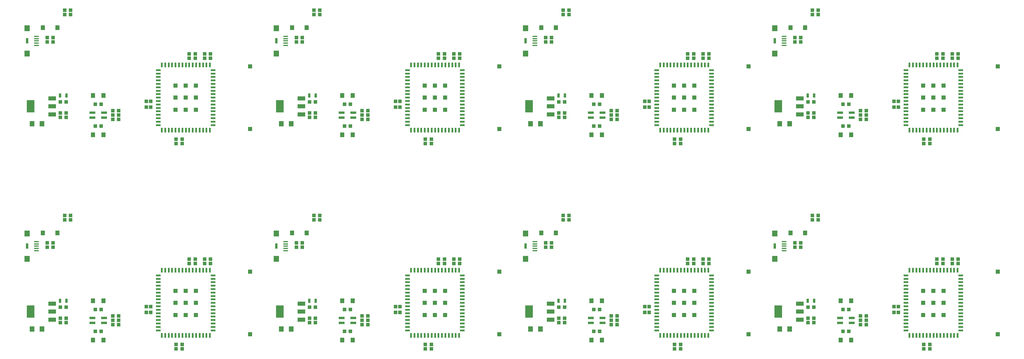
<source format=gtp>
G04 EAGLE Gerber RS-274X export*
G75*
%MOMM*%
%FSLAX34Y34*%
%LPD*%
%INSolderpaste Top*%
%IPPOS*%
%AMOC8*
5,1,8,0,0,1.08239X$1,22.5*%
G01*
%ADD10R,1.450000X0.400000*%
%ADD11R,1.500000X1.800000*%
%ADD12R,0.700000X1.500000*%
%ADD13R,1.100000X1.000000*%
%ADD14R,1.270000X1.470000*%
%ADD15R,1.400000X1.600000*%
%ADD16R,0.800000X1.200000*%
%ADD17R,1.200000X1.400000*%
%ADD18R,1.000000X1.100000*%
%ADD19R,0.600000X1.400000*%
%ADD20R,1.400000X0.600000*%
%ADD21R,1.200000X1.200000*%
%ADD22R,2.235200X1.219200*%
%ADD23R,2.200000X3.600000*%
%ADD24R,1.800000X0.750000*%


D10*
X48840Y381000D03*
X48840Y387500D03*
X48840Y394000D03*
X48840Y374500D03*
X48840Y368000D03*
D11*
X21590Y417840D03*
D12*
X21590Y381000D03*
D11*
X21590Y344160D03*
D13*
X80400Y390600D03*
X97400Y390600D03*
X80400Y377900D03*
X97400Y377900D03*
D14*
X67400Y419100D03*
X110400Y419100D03*
D13*
X135500Y203200D03*
X118500Y203200D03*
D15*
X36800Y139700D03*
X64800Y139700D03*
D16*
X136000Y222250D03*
X118000Y222250D03*
D13*
X131200Y469900D03*
X148200Y469900D03*
X131200Y457200D03*
X148200Y457200D03*
X270900Y152400D03*
X287900Y152400D03*
X270900Y165100D03*
X287900Y165100D03*
X270900Y177800D03*
X287900Y177800D03*
D17*
X243600Y222250D03*
X213600Y222250D03*
D13*
X237100Y196850D03*
X220100Y196850D03*
D17*
X243600Y107950D03*
X213600Y107950D03*
D13*
X237100Y133350D03*
X220100Y133350D03*
X455050Y95250D03*
X472050Y95250D03*
X510150Y330200D03*
X493150Y330200D03*
D18*
X381000Y188350D03*
X381000Y205350D03*
D13*
X537600Y330200D03*
X554600Y330200D03*
X455050Y82550D03*
X472050Y82550D03*
X510150Y342900D03*
X493150Y342900D03*
D18*
X368300Y188350D03*
X368300Y205350D03*
D13*
X537600Y342900D03*
X554600Y342900D03*
D19*
X553100Y310900D03*
X543100Y310900D03*
X533100Y310900D03*
X523100Y310900D03*
X513100Y310900D03*
X503100Y310900D03*
X493100Y310900D03*
X483100Y310900D03*
X473100Y310900D03*
X463100Y310900D03*
X453100Y310900D03*
X443100Y310900D03*
X433100Y310900D03*
X423100Y310900D03*
X413100Y310900D03*
D20*
X403100Y295900D03*
X403100Y285900D03*
X403100Y275900D03*
X403100Y265900D03*
X403100Y255900D03*
X403100Y245900D03*
X403100Y235900D03*
X403100Y225900D03*
X403100Y215900D03*
X403100Y205900D03*
X403100Y195900D03*
X403100Y185900D03*
X403100Y175900D03*
X403100Y165900D03*
X403100Y155900D03*
X403100Y145900D03*
X403100Y135900D03*
D19*
X413100Y120900D03*
X423100Y120900D03*
X433100Y120900D03*
X443100Y120900D03*
X453100Y120900D03*
X463100Y120900D03*
X473100Y120900D03*
X483100Y120900D03*
X493100Y120900D03*
X503100Y120900D03*
X513100Y120900D03*
X523100Y120900D03*
X533100Y120900D03*
X543100Y120900D03*
X553100Y120900D03*
D20*
X562100Y135900D03*
X562100Y145900D03*
X562100Y155900D03*
X562100Y165900D03*
X562100Y175900D03*
X562100Y185900D03*
X562100Y195900D03*
X562100Y205900D03*
X562100Y215900D03*
X562100Y225900D03*
X562100Y235900D03*
X562100Y245900D03*
X562100Y255900D03*
X562100Y265900D03*
X562100Y275900D03*
X562100Y285900D03*
X562100Y295900D03*
D21*
X512600Y250900D03*
X482600Y250900D03*
X452600Y250900D03*
X512600Y215900D03*
X482600Y215900D03*
X452600Y215900D03*
X512600Y180900D03*
X482600Y180900D03*
X452600Y180900D03*
X669300Y124700D03*
X669300Y307100D03*
D13*
X135500Y158750D03*
X118500Y158750D03*
X118500Y171450D03*
X135500Y171450D03*
D22*
X94488Y167386D03*
X94488Y190500D03*
X94488Y213614D03*
D23*
X32510Y190500D03*
D24*
X245600Y172350D03*
X245600Y157850D03*
X211600Y157850D03*
X211600Y172350D03*
D10*
X772740Y381000D03*
X772740Y387500D03*
X772740Y394000D03*
X772740Y374500D03*
X772740Y368000D03*
D11*
X745490Y417840D03*
D12*
X745490Y381000D03*
D11*
X745490Y344160D03*
D13*
X804300Y390600D03*
X821300Y390600D03*
X804300Y377900D03*
X821300Y377900D03*
D14*
X791300Y419100D03*
X834300Y419100D03*
D13*
X859400Y203200D03*
X842400Y203200D03*
D15*
X760700Y139700D03*
X788700Y139700D03*
D16*
X859900Y222250D03*
X841900Y222250D03*
D13*
X855100Y469900D03*
X872100Y469900D03*
X855100Y457200D03*
X872100Y457200D03*
X994800Y152400D03*
X1011800Y152400D03*
X994800Y165100D03*
X1011800Y165100D03*
X994800Y177800D03*
X1011800Y177800D03*
D17*
X967500Y222250D03*
X937500Y222250D03*
D13*
X961000Y196850D03*
X944000Y196850D03*
D17*
X967500Y107950D03*
X937500Y107950D03*
D13*
X961000Y133350D03*
X944000Y133350D03*
X1178950Y95250D03*
X1195950Y95250D03*
X1234050Y330200D03*
X1217050Y330200D03*
D18*
X1104900Y188350D03*
X1104900Y205350D03*
D13*
X1261500Y330200D03*
X1278500Y330200D03*
X1178950Y82550D03*
X1195950Y82550D03*
X1234050Y342900D03*
X1217050Y342900D03*
D18*
X1092200Y188350D03*
X1092200Y205350D03*
D13*
X1261500Y342900D03*
X1278500Y342900D03*
D19*
X1277000Y310900D03*
X1267000Y310900D03*
X1257000Y310900D03*
X1247000Y310900D03*
X1237000Y310900D03*
X1227000Y310900D03*
X1217000Y310900D03*
X1207000Y310900D03*
X1197000Y310900D03*
X1187000Y310900D03*
X1177000Y310900D03*
X1167000Y310900D03*
X1157000Y310900D03*
X1147000Y310900D03*
X1137000Y310900D03*
D20*
X1127000Y295900D03*
X1127000Y285900D03*
X1127000Y275900D03*
X1127000Y265900D03*
X1127000Y255900D03*
X1127000Y245900D03*
X1127000Y235900D03*
X1127000Y225900D03*
X1127000Y215900D03*
X1127000Y205900D03*
X1127000Y195900D03*
X1127000Y185900D03*
X1127000Y175900D03*
X1127000Y165900D03*
X1127000Y155900D03*
X1127000Y145900D03*
X1127000Y135900D03*
D19*
X1137000Y120900D03*
X1147000Y120900D03*
X1157000Y120900D03*
X1167000Y120900D03*
X1177000Y120900D03*
X1187000Y120900D03*
X1197000Y120900D03*
X1207000Y120900D03*
X1217000Y120900D03*
X1227000Y120900D03*
X1237000Y120900D03*
X1247000Y120900D03*
X1257000Y120900D03*
X1267000Y120900D03*
X1277000Y120900D03*
D20*
X1286000Y135900D03*
X1286000Y145900D03*
X1286000Y155900D03*
X1286000Y165900D03*
X1286000Y175900D03*
X1286000Y185900D03*
X1286000Y195900D03*
X1286000Y205900D03*
X1286000Y215900D03*
X1286000Y225900D03*
X1286000Y235900D03*
X1286000Y245900D03*
X1286000Y255900D03*
X1286000Y265900D03*
X1286000Y275900D03*
X1286000Y285900D03*
X1286000Y295900D03*
D21*
X1236500Y250900D03*
X1206500Y250900D03*
X1176500Y250900D03*
X1236500Y215900D03*
X1206500Y215900D03*
X1176500Y215900D03*
X1236500Y180900D03*
X1206500Y180900D03*
X1176500Y180900D03*
X1393200Y124700D03*
X1393200Y307100D03*
D13*
X859400Y158750D03*
X842400Y158750D03*
X842400Y171450D03*
X859400Y171450D03*
D22*
X818388Y167386D03*
X818388Y190500D03*
X818388Y213614D03*
D23*
X756410Y190500D03*
D24*
X969500Y172350D03*
X969500Y157850D03*
X935500Y157850D03*
X935500Y172350D03*
D10*
X1496640Y381000D03*
X1496640Y387500D03*
X1496640Y394000D03*
X1496640Y374500D03*
X1496640Y368000D03*
D11*
X1469390Y417840D03*
D12*
X1469390Y381000D03*
D11*
X1469390Y344160D03*
D13*
X1528200Y390600D03*
X1545200Y390600D03*
X1528200Y377900D03*
X1545200Y377900D03*
D14*
X1515200Y419100D03*
X1558200Y419100D03*
D13*
X1583300Y203200D03*
X1566300Y203200D03*
D15*
X1484600Y139700D03*
X1512600Y139700D03*
D16*
X1583800Y222250D03*
X1565800Y222250D03*
D13*
X1579000Y469900D03*
X1596000Y469900D03*
X1579000Y457200D03*
X1596000Y457200D03*
X1718700Y152400D03*
X1735700Y152400D03*
X1718700Y165100D03*
X1735700Y165100D03*
X1718700Y177800D03*
X1735700Y177800D03*
D17*
X1691400Y222250D03*
X1661400Y222250D03*
D13*
X1684900Y196850D03*
X1667900Y196850D03*
D17*
X1691400Y107950D03*
X1661400Y107950D03*
D13*
X1684900Y133350D03*
X1667900Y133350D03*
X1902850Y95250D03*
X1919850Y95250D03*
X1957950Y330200D03*
X1940950Y330200D03*
D18*
X1828800Y188350D03*
X1828800Y205350D03*
D13*
X1985400Y330200D03*
X2002400Y330200D03*
X1902850Y82550D03*
X1919850Y82550D03*
X1957950Y342900D03*
X1940950Y342900D03*
D18*
X1816100Y188350D03*
X1816100Y205350D03*
D13*
X1985400Y342900D03*
X2002400Y342900D03*
D19*
X2000900Y310900D03*
X1990900Y310900D03*
X1980900Y310900D03*
X1970900Y310900D03*
X1960900Y310900D03*
X1950900Y310900D03*
X1940900Y310900D03*
X1930900Y310900D03*
X1920900Y310900D03*
X1910900Y310900D03*
X1900900Y310900D03*
X1890900Y310900D03*
X1880900Y310900D03*
X1870900Y310900D03*
X1860900Y310900D03*
D20*
X1850900Y295900D03*
X1850900Y285900D03*
X1850900Y275900D03*
X1850900Y265900D03*
X1850900Y255900D03*
X1850900Y245900D03*
X1850900Y235900D03*
X1850900Y225900D03*
X1850900Y215900D03*
X1850900Y205900D03*
X1850900Y195900D03*
X1850900Y185900D03*
X1850900Y175900D03*
X1850900Y165900D03*
X1850900Y155900D03*
X1850900Y145900D03*
X1850900Y135900D03*
D19*
X1860900Y120900D03*
X1870900Y120900D03*
X1880900Y120900D03*
X1890900Y120900D03*
X1900900Y120900D03*
X1910900Y120900D03*
X1920900Y120900D03*
X1930900Y120900D03*
X1940900Y120900D03*
X1950900Y120900D03*
X1960900Y120900D03*
X1970900Y120900D03*
X1980900Y120900D03*
X1990900Y120900D03*
X2000900Y120900D03*
D20*
X2009900Y135900D03*
X2009900Y145900D03*
X2009900Y155900D03*
X2009900Y165900D03*
X2009900Y175900D03*
X2009900Y185900D03*
X2009900Y195900D03*
X2009900Y205900D03*
X2009900Y215900D03*
X2009900Y225900D03*
X2009900Y235900D03*
X2009900Y245900D03*
X2009900Y255900D03*
X2009900Y265900D03*
X2009900Y275900D03*
X2009900Y285900D03*
X2009900Y295900D03*
D21*
X1960400Y250900D03*
X1930400Y250900D03*
X1900400Y250900D03*
X1960400Y215900D03*
X1930400Y215900D03*
X1900400Y215900D03*
X1960400Y180900D03*
X1930400Y180900D03*
X1900400Y180900D03*
X2117100Y124700D03*
X2117100Y307100D03*
D13*
X1583300Y158750D03*
X1566300Y158750D03*
X1566300Y171450D03*
X1583300Y171450D03*
D22*
X1542288Y167386D03*
X1542288Y190500D03*
X1542288Y213614D03*
D23*
X1480310Y190500D03*
D24*
X1693400Y172350D03*
X1693400Y157850D03*
X1659400Y157850D03*
X1659400Y172350D03*
D10*
X2220540Y381000D03*
X2220540Y387500D03*
X2220540Y394000D03*
X2220540Y374500D03*
X2220540Y368000D03*
D11*
X2193290Y417840D03*
D12*
X2193290Y381000D03*
D11*
X2193290Y344160D03*
D13*
X2252100Y390600D03*
X2269100Y390600D03*
X2252100Y377900D03*
X2269100Y377900D03*
D14*
X2239100Y419100D03*
X2282100Y419100D03*
D13*
X2307200Y203200D03*
X2290200Y203200D03*
D15*
X2208500Y139700D03*
X2236500Y139700D03*
D16*
X2307700Y222250D03*
X2289700Y222250D03*
D13*
X2302900Y469900D03*
X2319900Y469900D03*
X2302900Y457200D03*
X2319900Y457200D03*
X2442600Y152400D03*
X2459600Y152400D03*
X2442600Y165100D03*
X2459600Y165100D03*
X2442600Y177800D03*
X2459600Y177800D03*
D17*
X2415300Y222250D03*
X2385300Y222250D03*
D13*
X2408800Y196850D03*
X2391800Y196850D03*
D17*
X2415300Y107950D03*
X2385300Y107950D03*
D13*
X2408800Y133350D03*
X2391800Y133350D03*
X2626750Y95250D03*
X2643750Y95250D03*
X2681850Y330200D03*
X2664850Y330200D03*
D18*
X2552700Y188350D03*
X2552700Y205350D03*
D13*
X2709300Y330200D03*
X2726300Y330200D03*
X2626750Y82550D03*
X2643750Y82550D03*
X2681850Y342900D03*
X2664850Y342900D03*
D18*
X2540000Y188350D03*
X2540000Y205350D03*
D13*
X2709300Y342900D03*
X2726300Y342900D03*
D19*
X2724800Y310900D03*
X2714800Y310900D03*
X2704800Y310900D03*
X2694800Y310900D03*
X2684800Y310900D03*
X2674800Y310900D03*
X2664800Y310900D03*
X2654800Y310900D03*
X2644800Y310900D03*
X2634800Y310900D03*
X2624800Y310900D03*
X2614800Y310900D03*
X2604800Y310900D03*
X2594800Y310900D03*
X2584800Y310900D03*
D20*
X2574800Y295900D03*
X2574800Y285900D03*
X2574800Y275900D03*
X2574800Y265900D03*
X2574800Y255900D03*
X2574800Y245900D03*
X2574800Y235900D03*
X2574800Y225900D03*
X2574800Y215900D03*
X2574800Y205900D03*
X2574800Y195900D03*
X2574800Y185900D03*
X2574800Y175900D03*
X2574800Y165900D03*
X2574800Y155900D03*
X2574800Y145900D03*
X2574800Y135900D03*
D19*
X2584800Y120900D03*
X2594800Y120900D03*
X2604800Y120900D03*
X2614800Y120900D03*
X2624800Y120900D03*
X2634800Y120900D03*
X2644800Y120900D03*
X2654800Y120900D03*
X2664800Y120900D03*
X2674800Y120900D03*
X2684800Y120900D03*
X2694800Y120900D03*
X2704800Y120900D03*
X2714800Y120900D03*
X2724800Y120900D03*
D20*
X2733800Y135900D03*
X2733800Y145900D03*
X2733800Y155900D03*
X2733800Y165900D03*
X2733800Y175900D03*
X2733800Y185900D03*
X2733800Y195900D03*
X2733800Y205900D03*
X2733800Y215900D03*
X2733800Y225900D03*
X2733800Y235900D03*
X2733800Y245900D03*
X2733800Y255900D03*
X2733800Y265900D03*
X2733800Y275900D03*
X2733800Y285900D03*
X2733800Y295900D03*
D21*
X2684300Y250900D03*
X2654300Y250900D03*
X2624300Y250900D03*
X2684300Y215900D03*
X2654300Y215900D03*
X2624300Y215900D03*
X2684300Y180900D03*
X2654300Y180900D03*
X2624300Y180900D03*
X2841000Y124700D03*
X2841000Y307100D03*
D13*
X2307200Y158750D03*
X2290200Y158750D03*
X2290200Y171450D03*
X2307200Y171450D03*
D22*
X2266188Y167386D03*
X2266188Y190500D03*
X2266188Y213614D03*
D23*
X2204210Y190500D03*
D24*
X2417300Y172350D03*
X2417300Y157850D03*
X2383300Y157850D03*
X2383300Y172350D03*
D10*
X48840Y977900D03*
X48840Y984400D03*
X48840Y990900D03*
X48840Y971400D03*
X48840Y964900D03*
D11*
X21590Y1014740D03*
D12*
X21590Y977900D03*
D11*
X21590Y941060D03*
D13*
X80400Y987500D03*
X97400Y987500D03*
X80400Y974800D03*
X97400Y974800D03*
D14*
X67400Y1016000D03*
X110400Y1016000D03*
D13*
X135500Y800100D03*
X118500Y800100D03*
D15*
X36800Y736600D03*
X64800Y736600D03*
D16*
X136000Y819150D03*
X118000Y819150D03*
D13*
X131200Y1066800D03*
X148200Y1066800D03*
X131200Y1054100D03*
X148200Y1054100D03*
X270900Y749300D03*
X287900Y749300D03*
X270900Y762000D03*
X287900Y762000D03*
X270900Y774700D03*
X287900Y774700D03*
D17*
X243600Y819150D03*
X213600Y819150D03*
D13*
X237100Y793750D03*
X220100Y793750D03*
D17*
X243600Y704850D03*
X213600Y704850D03*
D13*
X237100Y730250D03*
X220100Y730250D03*
X455050Y692150D03*
X472050Y692150D03*
X510150Y927100D03*
X493150Y927100D03*
D18*
X381000Y785250D03*
X381000Y802250D03*
D13*
X537600Y927100D03*
X554600Y927100D03*
X455050Y679450D03*
X472050Y679450D03*
X510150Y939800D03*
X493150Y939800D03*
D18*
X368300Y785250D03*
X368300Y802250D03*
D13*
X537600Y939800D03*
X554600Y939800D03*
D19*
X553100Y907800D03*
X543100Y907800D03*
X533100Y907800D03*
X523100Y907800D03*
X513100Y907800D03*
X503100Y907800D03*
X493100Y907800D03*
X483100Y907800D03*
X473100Y907800D03*
X463100Y907800D03*
X453100Y907800D03*
X443100Y907800D03*
X433100Y907800D03*
X423100Y907800D03*
X413100Y907800D03*
D20*
X403100Y892800D03*
X403100Y882800D03*
X403100Y872800D03*
X403100Y862800D03*
X403100Y852800D03*
X403100Y842800D03*
X403100Y832800D03*
X403100Y822800D03*
X403100Y812800D03*
X403100Y802800D03*
X403100Y792800D03*
X403100Y782800D03*
X403100Y772800D03*
X403100Y762800D03*
X403100Y752800D03*
X403100Y742800D03*
X403100Y732800D03*
D19*
X413100Y717800D03*
X423100Y717800D03*
X433100Y717800D03*
X443100Y717800D03*
X453100Y717800D03*
X463100Y717800D03*
X473100Y717800D03*
X483100Y717800D03*
X493100Y717800D03*
X503100Y717800D03*
X513100Y717800D03*
X523100Y717800D03*
X533100Y717800D03*
X543100Y717800D03*
X553100Y717800D03*
D20*
X562100Y732800D03*
X562100Y742800D03*
X562100Y752800D03*
X562100Y762800D03*
X562100Y772800D03*
X562100Y782800D03*
X562100Y792800D03*
X562100Y802800D03*
X562100Y812800D03*
X562100Y822800D03*
X562100Y832800D03*
X562100Y842800D03*
X562100Y852800D03*
X562100Y862800D03*
X562100Y872800D03*
X562100Y882800D03*
X562100Y892800D03*
D21*
X512600Y847800D03*
X482600Y847800D03*
X452600Y847800D03*
X512600Y812800D03*
X482600Y812800D03*
X452600Y812800D03*
X512600Y777800D03*
X482600Y777800D03*
X452600Y777800D03*
X669300Y721600D03*
X669300Y904000D03*
D13*
X135500Y755650D03*
X118500Y755650D03*
X118500Y768350D03*
X135500Y768350D03*
D22*
X94488Y764286D03*
X94488Y787400D03*
X94488Y810514D03*
D23*
X32510Y787400D03*
D24*
X245600Y769250D03*
X245600Y754750D03*
X211600Y754750D03*
X211600Y769250D03*
D10*
X772740Y977900D03*
X772740Y984400D03*
X772740Y990900D03*
X772740Y971400D03*
X772740Y964900D03*
D11*
X745490Y1014740D03*
D12*
X745490Y977900D03*
D11*
X745490Y941060D03*
D13*
X804300Y987500D03*
X821300Y987500D03*
X804300Y974800D03*
X821300Y974800D03*
D14*
X791300Y1016000D03*
X834300Y1016000D03*
D13*
X859400Y800100D03*
X842400Y800100D03*
D15*
X760700Y736600D03*
X788700Y736600D03*
D16*
X859900Y819150D03*
X841900Y819150D03*
D13*
X855100Y1066800D03*
X872100Y1066800D03*
X855100Y1054100D03*
X872100Y1054100D03*
X994800Y749300D03*
X1011800Y749300D03*
X994800Y762000D03*
X1011800Y762000D03*
X994800Y774700D03*
X1011800Y774700D03*
D17*
X967500Y819150D03*
X937500Y819150D03*
D13*
X961000Y793750D03*
X944000Y793750D03*
D17*
X967500Y704850D03*
X937500Y704850D03*
D13*
X961000Y730250D03*
X944000Y730250D03*
X1178950Y692150D03*
X1195950Y692150D03*
X1234050Y927100D03*
X1217050Y927100D03*
D18*
X1104900Y785250D03*
X1104900Y802250D03*
D13*
X1261500Y927100D03*
X1278500Y927100D03*
X1178950Y679450D03*
X1195950Y679450D03*
X1234050Y939800D03*
X1217050Y939800D03*
D18*
X1092200Y785250D03*
X1092200Y802250D03*
D13*
X1261500Y939800D03*
X1278500Y939800D03*
D19*
X1277000Y907800D03*
X1267000Y907800D03*
X1257000Y907800D03*
X1247000Y907800D03*
X1237000Y907800D03*
X1227000Y907800D03*
X1217000Y907800D03*
X1207000Y907800D03*
X1197000Y907800D03*
X1187000Y907800D03*
X1177000Y907800D03*
X1167000Y907800D03*
X1157000Y907800D03*
X1147000Y907800D03*
X1137000Y907800D03*
D20*
X1127000Y892800D03*
X1127000Y882800D03*
X1127000Y872800D03*
X1127000Y862800D03*
X1127000Y852800D03*
X1127000Y842800D03*
X1127000Y832800D03*
X1127000Y822800D03*
X1127000Y812800D03*
X1127000Y802800D03*
X1127000Y792800D03*
X1127000Y782800D03*
X1127000Y772800D03*
X1127000Y762800D03*
X1127000Y752800D03*
X1127000Y742800D03*
X1127000Y732800D03*
D19*
X1137000Y717800D03*
X1147000Y717800D03*
X1157000Y717800D03*
X1167000Y717800D03*
X1177000Y717800D03*
X1187000Y717800D03*
X1197000Y717800D03*
X1207000Y717800D03*
X1217000Y717800D03*
X1227000Y717800D03*
X1237000Y717800D03*
X1247000Y717800D03*
X1257000Y717800D03*
X1267000Y717800D03*
X1277000Y717800D03*
D20*
X1286000Y732800D03*
X1286000Y742800D03*
X1286000Y752800D03*
X1286000Y762800D03*
X1286000Y772800D03*
X1286000Y782800D03*
X1286000Y792800D03*
X1286000Y802800D03*
X1286000Y812800D03*
X1286000Y822800D03*
X1286000Y832800D03*
X1286000Y842800D03*
X1286000Y852800D03*
X1286000Y862800D03*
X1286000Y872800D03*
X1286000Y882800D03*
X1286000Y892800D03*
D21*
X1236500Y847800D03*
X1206500Y847800D03*
X1176500Y847800D03*
X1236500Y812800D03*
X1206500Y812800D03*
X1176500Y812800D03*
X1236500Y777800D03*
X1206500Y777800D03*
X1176500Y777800D03*
X1393200Y721600D03*
X1393200Y904000D03*
D13*
X859400Y755650D03*
X842400Y755650D03*
X842400Y768350D03*
X859400Y768350D03*
D22*
X818388Y764286D03*
X818388Y787400D03*
X818388Y810514D03*
D23*
X756410Y787400D03*
D24*
X969500Y769250D03*
X969500Y754750D03*
X935500Y754750D03*
X935500Y769250D03*
D10*
X1496640Y977900D03*
X1496640Y984400D03*
X1496640Y990900D03*
X1496640Y971400D03*
X1496640Y964900D03*
D11*
X1469390Y1014740D03*
D12*
X1469390Y977900D03*
D11*
X1469390Y941060D03*
D13*
X1528200Y987500D03*
X1545200Y987500D03*
X1528200Y974800D03*
X1545200Y974800D03*
D14*
X1515200Y1016000D03*
X1558200Y1016000D03*
D13*
X1583300Y800100D03*
X1566300Y800100D03*
D15*
X1484600Y736600D03*
X1512600Y736600D03*
D16*
X1583800Y819150D03*
X1565800Y819150D03*
D13*
X1579000Y1066800D03*
X1596000Y1066800D03*
X1579000Y1054100D03*
X1596000Y1054100D03*
X1718700Y749300D03*
X1735700Y749300D03*
X1718700Y762000D03*
X1735700Y762000D03*
X1718700Y774700D03*
X1735700Y774700D03*
D17*
X1691400Y819150D03*
X1661400Y819150D03*
D13*
X1684900Y793750D03*
X1667900Y793750D03*
D17*
X1691400Y704850D03*
X1661400Y704850D03*
D13*
X1684900Y730250D03*
X1667900Y730250D03*
X1902850Y692150D03*
X1919850Y692150D03*
X1957950Y927100D03*
X1940950Y927100D03*
D18*
X1828800Y785250D03*
X1828800Y802250D03*
D13*
X1985400Y927100D03*
X2002400Y927100D03*
X1902850Y679450D03*
X1919850Y679450D03*
X1957950Y939800D03*
X1940950Y939800D03*
D18*
X1816100Y785250D03*
X1816100Y802250D03*
D13*
X1985400Y939800D03*
X2002400Y939800D03*
D19*
X2000900Y907800D03*
X1990900Y907800D03*
X1980900Y907800D03*
X1970900Y907800D03*
X1960900Y907800D03*
X1950900Y907800D03*
X1940900Y907800D03*
X1930900Y907800D03*
X1920900Y907800D03*
X1910900Y907800D03*
X1900900Y907800D03*
X1890900Y907800D03*
X1880900Y907800D03*
X1870900Y907800D03*
X1860900Y907800D03*
D20*
X1850900Y892800D03*
X1850900Y882800D03*
X1850900Y872800D03*
X1850900Y862800D03*
X1850900Y852800D03*
X1850900Y842800D03*
X1850900Y832800D03*
X1850900Y822800D03*
X1850900Y812800D03*
X1850900Y802800D03*
X1850900Y792800D03*
X1850900Y782800D03*
X1850900Y772800D03*
X1850900Y762800D03*
X1850900Y752800D03*
X1850900Y742800D03*
X1850900Y732800D03*
D19*
X1860900Y717800D03*
X1870900Y717800D03*
X1880900Y717800D03*
X1890900Y717800D03*
X1900900Y717800D03*
X1910900Y717800D03*
X1920900Y717800D03*
X1930900Y717800D03*
X1940900Y717800D03*
X1950900Y717800D03*
X1960900Y717800D03*
X1970900Y717800D03*
X1980900Y717800D03*
X1990900Y717800D03*
X2000900Y717800D03*
D20*
X2009900Y732800D03*
X2009900Y742800D03*
X2009900Y752800D03*
X2009900Y762800D03*
X2009900Y772800D03*
X2009900Y782800D03*
X2009900Y792800D03*
X2009900Y802800D03*
X2009900Y812800D03*
X2009900Y822800D03*
X2009900Y832800D03*
X2009900Y842800D03*
X2009900Y852800D03*
X2009900Y862800D03*
X2009900Y872800D03*
X2009900Y882800D03*
X2009900Y892800D03*
D21*
X1960400Y847800D03*
X1930400Y847800D03*
X1900400Y847800D03*
X1960400Y812800D03*
X1930400Y812800D03*
X1900400Y812800D03*
X1960400Y777800D03*
X1930400Y777800D03*
X1900400Y777800D03*
X2117100Y721600D03*
X2117100Y904000D03*
D13*
X1583300Y755650D03*
X1566300Y755650D03*
X1566300Y768350D03*
X1583300Y768350D03*
D22*
X1542288Y764286D03*
X1542288Y787400D03*
X1542288Y810514D03*
D23*
X1480310Y787400D03*
D24*
X1693400Y769250D03*
X1693400Y754750D03*
X1659400Y754750D03*
X1659400Y769250D03*
D10*
X2220540Y977900D03*
X2220540Y984400D03*
X2220540Y990900D03*
X2220540Y971400D03*
X2220540Y964900D03*
D11*
X2193290Y1014740D03*
D12*
X2193290Y977900D03*
D11*
X2193290Y941060D03*
D13*
X2252100Y987500D03*
X2269100Y987500D03*
X2252100Y974800D03*
X2269100Y974800D03*
D14*
X2239100Y1016000D03*
X2282100Y1016000D03*
D13*
X2307200Y800100D03*
X2290200Y800100D03*
D15*
X2208500Y736600D03*
X2236500Y736600D03*
D16*
X2307700Y819150D03*
X2289700Y819150D03*
D13*
X2302900Y1066800D03*
X2319900Y1066800D03*
X2302900Y1054100D03*
X2319900Y1054100D03*
X2442600Y749300D03*
X2459600Y749300D03*
X2442600Y762000D03*
X2459600Y762000D03*
X2442600Y774700D03*
X2459600Y774700D03*
D17*
X2415300Y819150D03*
X2385300Y819150D03*
D13*
X2408800Y793750D03*
X2391800Y793750D03*
D17*
X2415300Y704850D03*
X2385300Y704850D03*
D13*
X2408800Y730250D03*
X2391800Y730250D03*
X2626750Y692150D03*
X2643750Y692150D03*
X2681850Y927100D03*
X2664850Y927100D03*
D18*
X2552700Y785250D03*
X2552700Y802250D03*
D13*
X2709300Y927100D03*
X2726300Y927100D03*
X2626750Y679450D03*
X2643750Y679450D03*
X2681850Y939800D03*
X2664850Y939800D03*
D18*
X2540000Y785250D03*
X2540000Y802250D03*
D13*
X2709300Y939800D03*
X2726300Y939800D03*
D19*
X2724800Y907800D03*
X2714800Y907800D03*
X2704800Y907800D03*
X2694800Y907800D03*
X2684800Y907800D03*
X2674800Y907800D03*
X2664800Y907800D03*
X2654800Y907800D03*
X2644800Y907800D03*
X2634800Y907800D03*
X2624800Y907800D03*
X2614800Y907800D03*
X2604800Y907800D03*
X2594800Y907800D03*
X2584800Y907800D03*
D20*
X2574800Y892800D03*
X2574800Y882800D03*
X2574800Y872800D03*
X2574800Y862800D03*
X2574800Y852800D03*
X2574800Y842800D03*
X2574800Y832800D03*
X2574800Y822800D03*
X2574800Y812800D03*
X2574800Y802800D03*
X2574800Y792800D03*
X2574800Y782800D03*
X2574800Y772800D03*
X2574800Y762800D03*
X2574800Y752800D03*
X2574800Y742800D03*
X2574800Y732800D03*
D19*
X2584800Y717800D03*
X2594800Y717800D03*
X2604800Y717800D03*
X2614800Y717800D03*
X2624800Y717800D03*
X2634800Y717800D03*
X2644800Y717800D03*
X2654800Y717800D03*
X2664800Y717800D03*
X2674800Y717800D03*
X2684800Y717800D03*
X2694800Y717800D03*
X2704800Y717800D03*
X2714800Y717800D03*
X2724800Y717800D03*
D20*
X2733800Y732800D03*
X2733800Y742800D03*
X2733800Y752800D03*
X2733800Y762800D03*
X2733800Y772800D03*
X2733800Y782800D03*
X2733800Y792800D03*
X2733800Y802800D03*
X2733800Y812800D03*
X2733800Y822800D03*
X2733800Y832800D03*
X2733800Y842800D03*
X2733800Y852800D03*
X2733800Y862800D03*
X2733800Y872800D03*
X2733800Y882800D03*
X2733800Y892800D03*
D21*
X2684300Y847800D03*
X2654300Y847800D03*
X2624300Y847800D03*
X2684300Y812800D03*
X2654300Y812800D03*
X2624300Y812800D03*
X2684300Y777800D03*
X2654300Y777800D03*
X2624300Y777800D03*
X2841000Y721600D03*
X2841000Y904000D03*
D13*
X2307200Y755650D03*
X2290200Y755650D03*
X2290200Y768350D03*
X2307200Y768350D03*
D22*
X2266188Y764286D03*
X2266188Y787400D03*
X2266188Y810514D03*
D23*
X2204210Y787400D03*
D24*
X2417300Y769250D03*
X2417300Y754750D03*
X2383300Y754750D03*
X2383300Y769250D03*
M02*

</source>
